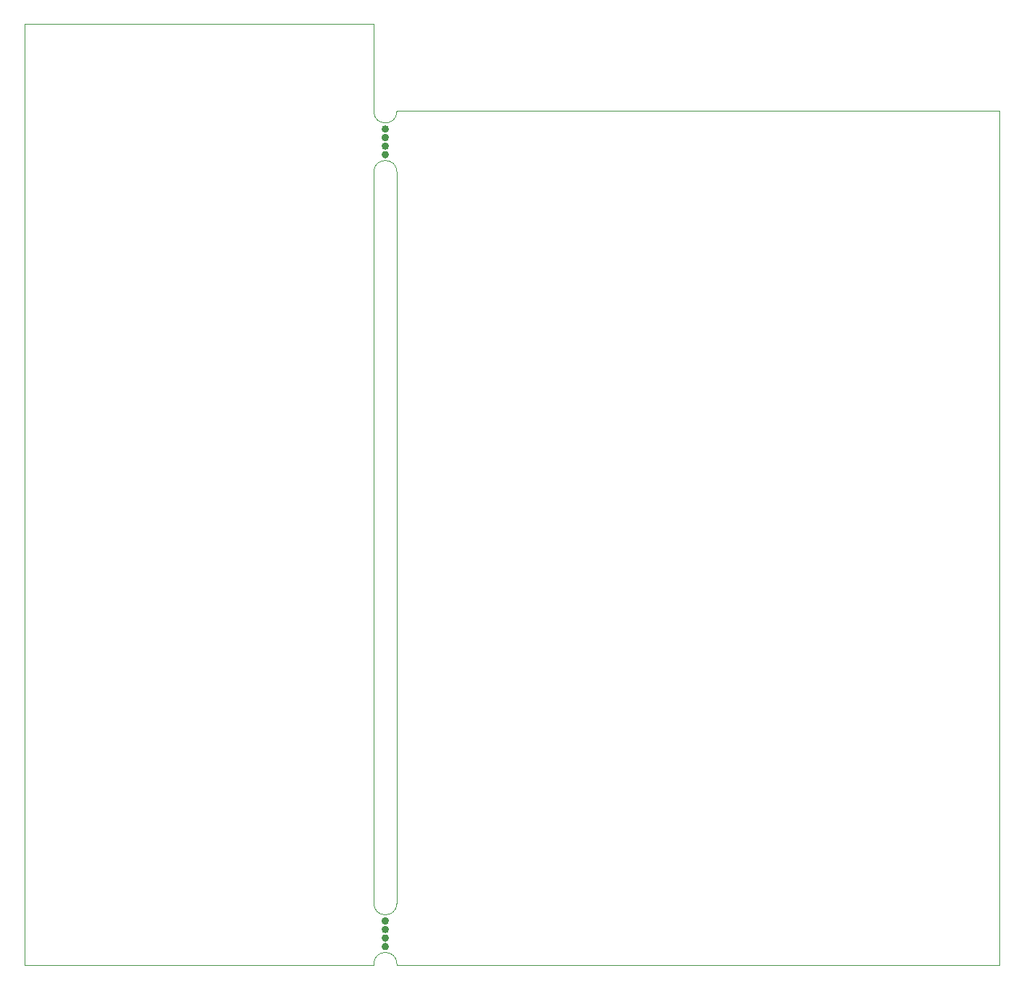
<source format=gbr>
%TF.GenerationSoftware,KiCad,Pcbnew,7.0.7*%
%TF.CreationDate,2024-02-11T13:34:09-07:00*%
%TF.ProjectId,TunerVCO,54756e65-7256-4434-9f2e-6b696361645f,rev?*%
%TF.SameCoordinates,Original*%
%TF.FileFunction,Profile,NP*%
%FSLAX46Y46*%
G04 Gerber Fmt 4.6, Leading zero omitted, Abs format (unit mm)*
G04 Created by KiCad (PCBNEW 7.0.7) date 2024-02-11 13:34:09*
%MOMM*%
%LPD*%
G01*
G04 APERTURE LIST*
%TA.AperFunction,Profile*%
%ADD10C,0.100000*%
%TD*%
%TA.AperFunction,Profile*%
%ADD11C,0.450000*%
%TD*%
G04 APERTURE END LIST*
D10*
X43815000Y99923600D02*
X43500000Y99923600D01*
X113944400Y0D02*
X113944400Y99923600D01*
X43500000Y0D02*
X113944400Y0D01*
X43500000Y123200D02*
X43500000Y0D01*
X43815000Y99923600D02*
X113944400Y99923600D01*
X43500000Y99825800D02*
X43500000Y99923600D01*
X40800000Y123200D02*
X40800000Y0D01*
X0Y0D02*
X40792400Y0D01*
X43500000Y92731600D02*
X43500000Y7217400D01*
X40800000Y7217400D02*
X40800000Y92731600D01*
X0Y110007400D02*
X0Y110058200D01*
X40800000Y110058200D02*
X0Y110058200D01*
X40800000Y99825800D02*
X40800000Y110058200D01*
X0Y0D02*
X0Y110007400D01*
D11*
X42363600Y4157134D02*
G75*
G03*
X42363600Y4157134I-225000J0D01*
G01*
X42363600Y2159000D02*
G75*
G03*
X42363600Y2159000I-225000J0D01*
G01*
X42363600Y5156200D02*
G75*
G03*
X42363600Y5156200I-225000J0D01*
G01*
X42363600Y3158068D02*
G75*
G03*
X42363600Y3158068I-225000J0D01*
G01*
D10*
X40800000Y7217400D02*
G75*
G03*
X43500000Y7217400I1350000J0D01*
G01*
X43500000Y123200D02*
G75*
G03*
X40800000Y123200I-1350000J0D01*
G01*
D11*
X42363600Y94767400D02*
G75*
G03*
X42363600Y94767400I-225000J0D01*
G01*
X42363600Y95766468D02*
G75*
G03*
X42363600Y95766468I-225000J0D01*
G01*
X42363600Y96765534D02*
G75*
G03*
X42363600Y96765534I-225000J0D01*
G01*
X42363600Y97764600D02*
G75*
G03*
X42363600Y97764600I-225000J0D01*
G01*
D10*
X40800000Y99825800D02*
G75*
G03*
X43500000Y99825800I1350000J0D01*
G01*
X43500000Y92731600D02*
G75*
G03*
X40800000Y92731600I-1350000J0D01*
G01*
M02*

</source>
